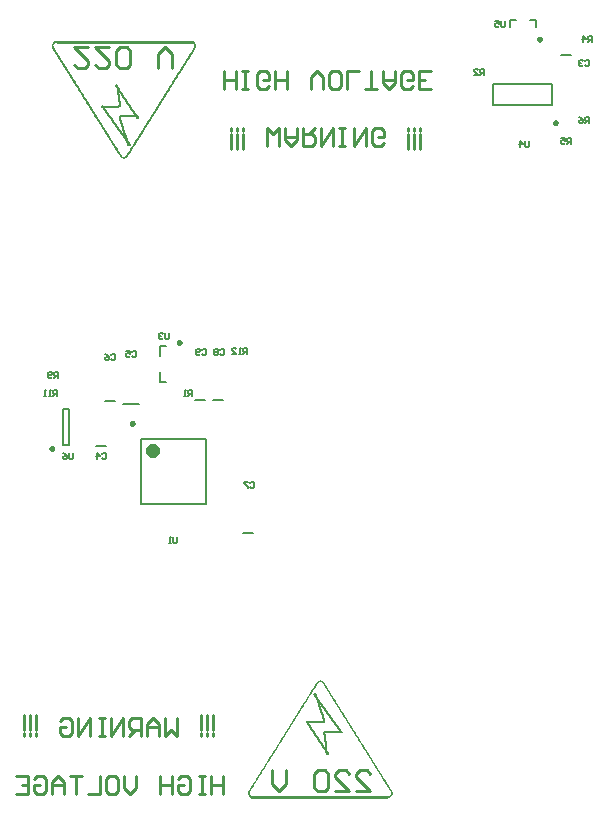
<source format=gbo>
%FSDAX24Y24*%
%MOIN*%
%SFA1B1*%

%IPPOS*%
%ADD10C,0.010000*%
%ADD11C,0.009843*%
%ADD14C,0.007874*%
%ADD17C,0.005000*%
%ADD76C,0.023622*%
%ADD84C,0.005000*%
%ADD85C,0.010000*%
%LNpcb_baseboard-1*%
%LPD*%
G54D84*
X016718Y007988D02*
X016763D01*
Y007973*
X016778*
Y007959*
X016793*
Y007944*
X016808*
Y007929*
X016822*
Y007899*
X016837*
Y007884*
X016852*
Y007854*
X016867*
Y007825*
X016882*
Y007810*
X016897*
Y007780*
X016912*
Y007765*
X016927*
Y007735*
X016942*
Y007720*
X016956*
Y007691*
X016971*
Y007661*
X016986*
Y007646*
X017001*
Y007616*
X017016*
Y007601*
X017031*
Y007572*
X017046*
Y007542*
X017061*
Y007527*
X017076*
Y007497*
X017090*
Y007482*
X017105*
Y007452*
X017120*
Y007423*
X017135*
Y007408*
X017150*
Y007378*
X017165*
Y007363*
X017180*
Y007333*
X017195*
Y007304*
X017210*
Y007289*
X017224*
Y007259*
X017239*
Y007244*
X017254*
Y007214*
X017269*
Y007185*
X017284*
Y007170*
X017299*
Y007140*
X017314*
Y007125*
X017329*
Y007095*
X017343*
Y007066*
X017358*
Y007051*
X017373*
Y007021*
X017388*
Y007006*
X017403*
Y006976*
X017418*
Y006946*
X017433*
Y006932*
X017448*
Y006902*
X017463*
Y006887*
X017477*
Y006857*
X017492*
Y006827*
X017507*
Y006812*
X017522*
Y006783*
X017537*
Y006768*
X017552*
Y006738*
X017567*
Y006708*
X017582*
Y006693*
X017597*
Y006664*
X017611*
Y006649*
X017626*
Y006619*
X017641*
Y006604*
X017656*
Y006574*
X017671*
Y006545*
X017686*
Y006530*
X017701*
Y006500*
X017716*
Y006485*
X017730*
Y006455*
X017745*
Y006425*
X017760*
Y006411*
X017775*
Y006381*
X017790*
Y006366*
X017805*
Y006336*
X017820*
Y006306*
X017835*
Y006292*
X017850*
Y006262*
X017864*
Y006247*
X017879*
Y006217*
X017894*
Y006187*
X017909*
Y006172*
X017924*
Y006143*
X017939*
Y006128*
X017954*
Y006098*
X017969*
Y006068*
X017984*
Y006053*
X017998*
Y006024*
X018013*
Y006009*
X018028*
Y005979*
X018043*
Y005949*
X018058*
Y005934*
X018073*
Y005905*
X018088*
Y005890*
X018103*
Y005860*
X018117*
Y005830*
X018132*
Y005815*
X018147*
Y005785*
X018162*
Y005771*
X018177*
Y005741*
X018192*
Y005711*
X018207*
Y005696*
X018222*
Y005666*
X018237*
Y005651*
X018251*
Y005622*
X018266*
Y005592*
X018281*
Y005577*
X018296*
Y005547*
X018311*
Y005532*
X018326*
Y005503*
X018341*
Y005473*
X018356*
Y005458*
X018371*
Y005428*
X018385*
Y005413*
X018400*
Y005384*
X018415*
Y005354*
X018430*
Y005339*
X018445*
Y005309*
X018460*
Y005294*
X018475*
Y005264*
X018490*
Y005235*
X018505*
Y005220*
X018519*
Y005190*
X018534*
Y005175*
X018549*
Y005145*
X018564*
Y005116*
X018579*
Y005101*
X018594*
Y005071*
X018609*
Y005056*
X018624*
Y005026*
X018638*
Y005011*
X018653*
Y004982*
X018668*
Y004952*
X018683*
Y004937*
X018698*
Y004907*
X018713*
Y004892*
X018728*
Y004863*
X018743*
Y004833*
X018758*
Y004818*
X018772*
Y004788*
X018787*
Y004773*
X018802*
Y004743*
X018817*
Y004714*
X018832*
Y004699*
X018847*
Y004669*
X018862*
Y004654*
X018877*
Y004624*
X018891*
Y004595*
X018906*
Y004580*
X018921*
Y004550*
X018936*
Y004535*
X018951*
Y004505*
X018966*
Y004476*
X018981*
Y004461*
X018996*
Y004431*
X019011*
Y004416*
X019025*
Y004386*
X019040*
Y004357*
X019055*
Y004342*
X019070*
Y004312*
X019085*
Y004243*
X019070*
Y004213*
X019055*
Y004198*
X019040*
Y004183*
X019025*
Y004168*
X018996*
Y004153*
X014417*
Y004168*
X014387*
Y004183*
X014372*
Y004198*
X014357*
Y004228*
X014342*
Y004258*
X014327*
Y004297*
X014342*
Y004327*
X014357*
Y004357*
X014372*
Y004386*
X014387*
Y004401*
X014402*
Y004431*
X014417*
Y004461*
X014431*
Y004476*
X014446*
Y004505*
X014461*
Y004520*
X014476*
Y004550*
X014491*
Y004565*
X014506*
Y004595*
X014521*
Y004624*
X014536*
Y004639*
X014550*
Y004669*
X014565*
Y004684*
X014580*
Y004714*
X014595*
Y004743*
X014610*
Y004758*
X014625*
Y004788*
X014640*
Y004803*
X014655*
Y004833*
X014670*
Y004863*
X014684*
Y004877*
X014699*
Y004907*
X014714*
Y004922*
X014729*
Y004952*
X014744*
Y004982*
X014759*
Y004997*
X014774*
Y005026*
X014789*
Y005041*
X014804*
Y005071*
X014818*
Y005101*
X014833*
Y005116*
X014848*
Y005145*
X014863*
Y005160*
X014878*
Y005190*
X014893*
Y005220*
X014908*
Y005235*
X014923*
Y005264*
X014937*
Y005279*
X014952*
Y005309*
X014967*
Y005339*
X014982*
Y005354*
X014997*
Y005384*
X015012*
Y005398*
X015027*
Y005428*
X015042*
Y005458*
X015057*
Y005473*
X015071*
Y005503*
X015086*
Y005517*
X015101*
Y005547*
X015116*
Y005562*
X015131*
Y005592*
X015146*
Y005622*
X015161*
Y005637*
X015176*
Y005666*
X015191*
Y005681*
X015205*
Y005711*
X015220*
Y005741*
X015235*
Y005756*
X015250*
Y005785*
X015265*
Y005815*
X015280*
Y005830*
X015295*
Y005860*
X015310*
Y005875*
X015325*
Y005905*
X015339*
Y005919*
X015354*
Y005949*
X015369*
Y005979*
X015384*
Y005994*
X015399*
Y006024*
X015414*
Y006038*
X015429*
Y006068*
X015444*
Y006098*
X015458*
Y006113*
X015473*
Y006143*
X015488*
Y006158*
X015503*
Y006187*
X015518*
Y006217*
X015533*
Y006232*
X015548*
Y006262*
X015563*
Y006277*
X015578*
Y006306*
X015592*
Y006336*
X015607*
Y006351*
X015622*
Y006381*
X015637*
Y006396*
X015652*
Y006425*
X015667*
Y006455*
X015682*
Y006470*
X015697*
Y006500*
X015712*
Y006515*
X015726*
Y006545*
X015741*
Y006574*
X015756*
Y006589*
X015771*
Y006619*
X015786*
Y006634*
X015801*
Y006664*
X015816*
Y006679*
X015831*
Y006708*
X015845*
Y006738*
X015860*
Y006753*
X015875*
Y006783*
X015890*
Y006812*
X015905*
Y006827*
X015920*
Y006857*
X015935*
Y006872*
X015950*
Y006902*
X015965*
Y006932*
X015979*
Y006946*
X015994*
Y006976*
X016009*
Y006991*
X016024*
Y007021*
X016039*
Y007036*
X016054*
Y007066*
X016069*
Y007095*
X016084*
Y007110*
X016099*
Y007140*
X016113*
Y007170*
X016128*
Y007185*
X016143*
Y007214*
X016158*
Y007229*
X016173*
Y007259*
X016188*
Y007274*
X016203*
Y007304*
X016218*
Y007333*
X016232*
Y007348*
X016247*
Y007378*
X016262*
Y007393*
X016277*
Y007423*
X016292*
Y007452*
X016307*
Y007467*
X016322*
Y007497*
X016337*
Y007512*
X016352*
Y007542*
X016366*
Y007572*
X016381*
Y007586*
X016396*
Y007616*
X016411*
Y007631*
X016426*
Y007661*
X016441*
Y007691*
X016456*
Y007706*
X016471*
Y007735*
X016486*
Y007750*
X016500*
Y007780*
X016515*
Y007810*
X016530*
Y007825*
X016545*
Y007854*
X016560*
Y007869*
X016575*
Y007899*
X016590*
Y007929*
X016605*
Y007944*
X016619*
Y007959*
X016634*
Y007973*
X016649*
Y007988*
X016694*
Y008003*
X016718*
Y007988*
G54D85*
X016668Y007938D02*
X016713D01*
Y007923*
X016728*
Y007909*
X016743*
Y007894*
X016758*
Y007879*
X016772*
Y007849*
X016787*
Y007834*
X016802*
Y007804*
X016817*
Y007775*
X016832*
Y007760*
X016847*
Y007730*
X016862*
Y007715*
X016877*
Y007685*
X016892*
Y007670*
X016906*
Y007641*
X016921*
Y007611*
X016936*
Y007596*
X016951*
Y007566*
X016966*
Y007551*
X016981*
Y007522*
X016996*
Y007492*
X017011*
Y007477*
X017026*
Y007447*
X017040*
Y007432*
X017055*
Y007402*
X017070*
Y007373*
X017085*
Y007358*
X017100*
Y007328*
X017115*
Y007313*
X017130*
Y007283*
X017145*
Y007254*
X017160*
Y007239*
X017174*
Y007209*
X017189*
Y007194*
X017204*
Y007164*
X017219*
Y007135*
X017234*
Y007120*
X017249*
Y007090*
X017264*
Y007075*
X017279*
Y007045*
X017293*
Y007016*
X017308*
Y007001*
X017323*
Y006971*
X017338*
Y006956*
X017353*
Y006926*
X017368*
Y006896*
X017383*
Y006882*
X017398*
Y006852*
X017413*
Y006837*
X017427*
Y006807*
X017442*
Y006777*
X017457*
Y006762*
X017472*
Y006733*
X017487*
Y006718*
X017502*
Y006688*
X017517*
Y006658*
X017532*
Y006643*
X017547*
Y006614*
X017561*
Y006599*
X017576*
Y006569*
X017591*
Y006554*
X017606*
Y006524*
X017621*
Y006495*
X017636*
Y006480*
X017651*
Y006450*
X017666*
Y006435*
X017680*
Y006405*
X017695*
Y006375*
X017710*
Y006361*
X017725*
Y006331*
X017740*
Y006316*
X017755*
Y006286*
X017770*
Y006256*
X017785*
Y006242*
X017800*
Y006212*
X017814*
Y006197*
X017829*
Y006167*
X017844*
Y006137*
X017859*
Y006122*
X017874*
Y006093*
X017889*
Y006078*
X017904*
Y006048*
X017919*
Y006018*
X017934*
Y006003*
X017948*
Y005974*
X017963*
Y005959*
X017978*
Y005929*
X017993*
Y005899*
X018008*
Y005884*
X018023*
Y005855*
X018038*
Y005840*
X018053*
Y005810*
X018067*
Y005780*
X018082*
Y005765*
X018097*
Y005735*
X018112*
Y005721*
X018127*
Y005691*
X018142*
Y005661*
X018157*
Y005646*
X018172*
Y005616*
X018187*
Y005601*
X018201*
Y005572*
X018216*
Y005542*
X018231*
Y005527*
X018246*
Y005497*
X018261*
Y005482*
X018276*
Y005453*
X018291*
Y005423*
X018306*
Y005408*
X018321*
Y005378*
X018335*
Y005363*
X018350*
Y005334*
X018365*
Y005304*
X018380*
Y005289*
X018395*
Y005259*
X018410*
Y005244*
X018425*
Y005214*
X018440*
Y005185*
X018455*
Y005170*
X018469*
Y005140*
X018484*
Y005125*
X018499*
Y005095*
X018514*
Y005066*
X018529*
Y005051*
X018544*
Y005021*
X018559*
Y005006*
X018574*
Y004976*
X018588*
Y004961*
X018603*
Y004932*
X018618*
Y004902*
X018633*
Y004887*
X018648*
Y004857*
X018663*
Y004842*
X018678*
Y004813*
X018693*
Y004783*
X018708*
Y004768*
X018722*
Y004738*
X018737*
Y004723*
X018752*
Y004693*
X018767*
Y004664*
X018782*
Y004649*
X018797*
Y004619*
X018812*
Y004604*
X018827*
Y004574*
X018841*
Y004545*
X018856*
Y004530*
X018871*
Y004500*
X018886*
Y004485*
X018901*
Y004455*
X018916*
Y004426*
X018931*
Y004411*
X018946*
Y004381*
X018961*
Y004366*
X018975*
Y004336*
X018990*
Y004307*
X019005*
Y004292*
X019020*
Y004262*
X019035*
Y004293*
X019020*
Y004263*
X019005*
Y004248*
X018990*
Y004233*
X018975*
Y004218*
X018946*
Y004203*
X014467*
Y004218*
X014437*
Y004233*
X014422*
Y004248*
X014407*
Y004278*
X014392*
Y004308*
X014377*
Y004247*
X014392*
Y004277*
X014407*
Y004307*
X014422*
Y004336*
X014437*
Y004351*
X014452*
Y004381*
X014467*
Y004411*
X014481*
Y004426*
X014496*
Y004455*
X014511*
Y004470*
X014526*
Y004500*
X014541*
Y004515*
X014556*
Y004545*
X014571*
Y004574*
X014586*
Y004589*
X014600*
Y004619*
X014615*
Y004634*
X014630*
Y004664*
X014645*
Y004693*
X014660*
Y004708*
X014675*
Y004738*
X014690*
Y004753*
X014705*
Y004783*
X014720*
Y004813*
X014734*
Y004827*
X014749*
Y004857*
X014764*
Y004872*
X014779*
Y004902*
X014794*
Y004932*
X014809*
Y004947*
X014824*
Y004976*
X014839*
Y004991*
X014854*
Y005021*
X014868*
Y005051*
X014883*
Y005066*
X014898*
Y005095*
X014913*
Y005110*
X014928*
Y005140*
X014943*
Y005170*
X014958*
Y005185*
X014973*
Y005214*
X014987*
Y005229*
X015002*
Y005259*
X015017*
Y005289*
X015032*
Y005304*
X015047*
Y005334*
X015062*
Y005348*
X015077*
Y005378*
X015092*
Y005408*
X015107*
Y005423*
X015121*
Y005453*
X015136*
Y005467*
X015151*
Y005497*
X015166*
Y005512*
X015181*
Y005542*
X015196*
Y005572*
X015211*
Y005587*
X015226*
Y005616*
X015241*
Y005631*
X015255*
Y005661*
X015270*
Y005691*
X015285*
Y005706*
X015300*
Y005735*
X015315*
Y005765*
X015330*
Y005780*
X015345*
Y005810*
X015360*
Y005825*
X015375*
Y005855*
X015389*
Y005869*
X015404*
Y005899*
X015419*
Y005929*
X015434*
Y005944*
X015449*
Y005974*
X015464*
Y005988*
X015479*
Y006018*
X015494*
Y006048*
X015508*
Y006063*
X015523*
Y006093*
X015538*
Y006108*
X015553*
Y006137*
X015568*
Y006167*
X015583*
Y006182*
X015598*
Y006212*
X015613*
Y006227*
X015628*
Y006256*
X015642*
Y006286*
X015657*
Y006301*
X015672*
Y006331*
X015687*
Y006346*
X015702*
Y006375*
X015717*
Y006405*
X015732*
Y006420*
X015747*
Y006450*
X015762*
Y006465*
X015776*
Y006495*
X015791*
Y006524*
X015806*
Y006539*
X015821*
Y006569*
X015836*
Y006584*
X015851*
Y006614*
X015866*
Y006629*
X015881*
Y006658*
X015895*
Y006688*
X015910*
Y006703*
X015925*
Y006733*
X015940*
Y006762*
X015955*
Y006777*
X015970*
Y006807*
X015985*
Y006822*
X016000*
Y006852*
X016015*
Y006882*
X016029*
Y006896*
X016044*
Y006926*
X016059*
Y006941*
X016074*
Y006971*
X016089*
Y006986*
X016104*
Y007016*
X016119*
Y007045*
X016134*
Y007060*
X016149*
Y007090*
X016163*
Y007120*
X016178*
Y007135*
X016193*
Y007164*
X016208*
Y007179*
X016223*
Y007209*
X016238*
Y007224*
X016253*
Y007254*
X016268*
Y007283*
X016282*
Y007298*
X016297*
Y007328*
X016312*
Y007343*
X016327*
Y007373*
X016342*
Y007402*
X016357*
Y007417*
X016372*
Y007447*
X016387*
Y007462*
X016402*
Y007492*
X016416*
Y007522*
X016431*
Y007536*
X016446*
Y007566*
X016461*
Y007581*
X016476*
Y007611*
X016491*
Y007641*
X016506*
Y007656*
X016521*
Y007685*
X016536*
Y007700*
X016550*
Y007730*
X016565*
Y007760*
X016580*
Y007775*
X016595*
Y007804*
X016610*
Y007819*
X016625*
Y007849*
X016640*
Y007879*
X016655*
Y007894*
X016669*
Y007909*
X016684*
Y007923*
X016699*
Y007938*
X016744*
Y007953*
X016668*
Y007938*
X014390Y004250D02*
X014380D01*
X014430D02*
X019000D01*
X014470Y004350D02*
X018960D01*
X014510Y004450D02*
X018900D01*
X014590Y004550D02*
X018820D01*
X014650Y004650D02*
X018760D01*
X014730Y004750D02*
X018700D01*
X014770Y004850D02*
X018640D01*
X014830Y004950D02*
X018580D01*
X014890Y005050D02*
X018520D01*
X014950Y005150D02*
X018460D01*
X015010Y005250D02*
X018400D01*
X015090Y005350D02*
X018340D01*
X015150Y005450D02*
X018260D01*
X015210Y005550D02*
X018200D01*
X015270Y005650D02*
X018140D01*
X015330Y005750D02*
X018080D01*
X015410Y005850D02*
X018000D01*
X015470Y005950D02*
X017960D01*
X015530Y006050D02*
X017880D01*
X015590Y006150D02*
X017820D01*
X015650Y006250D02*
X017780D01*
X015710Y006350D02*
X017720D01*
X015770Y006450D02*
X017640D01*
X015830Y006550D02*
X017580D01*
X015890Y006650D02*
X017520D01*
X015950Y006750D02*
X017460D01*
X016030Y006850D02*
X017380D01*
X016090Y006950D02*
X017340D01*
X016150Y007050D02*
X017260D01*
X016210Y007150D02*
X017200D01*
X016290Y007250D02*
X017140D01*
X016350Y007350D02*
X017080D01*
X016410Y007450D02*
X017020D01*
X016470Y007550D02*
X016960D01*
X016530Y007650D02*
X016900D01*
X016590Y007750D02*
X016840D01*
X016650Y007850D02*
X016760D01*
G54D84*
X012452Y029291D02*
X012482D01*
Y029276*
X012497*
Y029261*
X012512*
Y029231*
X012527*
Y029201*
X012542*
Y029162*
X012527*
Y029132*
X012512*
Y029102*
X012497*
Y029073*
X012482*
Y029058*
X012467*
Y029028*
X012452*
Y028998*
X012438*
Y028983*
X012423*
Y028954*
X012408*
Y028939*
X012393*
Y028909*
X012378*
Y028894*
X012363*
Y028864*
X012348*
Y028835*
X012333*
Y028820*
X012319*
Y028790*
X012304*
Y028775*
X012289*
Y028745*
X012274*
Y028716*
X012259*
Y028701*
X012244*
Y028671*
X012229*
Y028656*
X012214*
Y028626*
X012199*
Y028596*
X012185*
Y028582*
X012170*
Y028552*
X012155*
Y028537*
X012140*
Y028507*
X012125*
Y028477*
X012110*
Y028462*
X012095*
Y028433*
X012080*
Y028418*
X012065*
Y028388*
X012051*
Y028358*
X012036*
Y028343*
X012021*
Y028314*
X012006*
Y028299*
X011991*
Y028269*
X011976*
Y028239*
X011961*
Y028224*
X011946*
Y028195*
X011932*
Y028180*
X011917*
Y028150*
X011902*
Y028120*
X011887*
Y028105*
X011872*
Y028075*
X011857*
Y028061*
X011842*
Y028031*
X011827*
Y028001*
X011812*
Y027986*
X011798*
Y027956*
X011783*
Y027942*
X011768*
Y027912*
X011753*
Y027897*
X011738*
Y027867*
X011723*
Y027837*
X011708*
Y027822*
X011693*
Y027793*
X011678*
Y027778*
X011664*
Y027748*
X011649*
Y027718*
X011634*
Y027703*
X011619*
Y027674*
X011604*
Y027644*
X011589*
Y027629*
X011574*
Y027599*
X011559*
Y027584*
X011545*
Y027555*
X011530*
Y027540*
X011515*
Y027510*
X011500*
Y027480*
X011485*
Y027465*
X011470*
Y027435*
X011455*
Y027421*
X011440*
Y027391*
X011425*
Y027361*
X011411*
Y027346*
X011396*
Y027316*
X011381*
Y027301*
X011366*
Y027272*
X011351*
Y027242*
X011336*
Y027227*
X011321*
Y027197*
X011306*
Y027182*
X011291*
Y027153*
X011277*
Y027123*
X011262*
Y027108*
X011247*
Y027078*
X011232*
Y027063*
X011217*
Y027034*
X011202*
Y027004*
X011187*
Y026989*
X011172*
Y026959*
X011157*
Y026944*
X011143*
Y026914*
X011128*
Y026885*
X011113*
Y026870*
X011098*
Y026840*
X011083*
Y026825*
X011068*
Y026795*
X011053*
Y026780*
X011038*
Y026751*
X011024*
Y026721*
X011009*
Y026706*
X010994*
Y026676*
X010979*
Y026647*
X010964*
Y026632*
X010949*
Y026602*
X010934*
Y026587*
X010919*
Y026557*
X010904*
Y026527*
X010890*
Y026513*
X010875*
Y026483*
X010860*
Y026468*
X010845*
Y026438*
X010830*
Y026423*
X010815*
Y026393*
X010800*
Y026364*
X010785*
Y026349*
X010770*
Y026319*
X010756*
Y026289*
X010741*
Y026274*
X010726*
Y026245*
X010711*
Y026230*
X010696*
Y026200*
X010681*
Y026185*
X010666*
Y026155*
X010651*
Y026126*
X010637*
Y026111*
X010622*
Y026081*
X010607*
Y026066*
X010592*
Y026036*
X010577*
Y026007*
X010562*
Y025992*
X010547*
Y025962*
X010532*
Y025947*
X010517*
Y025917*
X010503*
Y025887*
X010488*
Y025873*
X010473*
Y025843*
X010458*
Y025828*
X010443*
Y025798*
X010428*
Y025768*
X010413*
Y025753*
X010398*
Y025724*
X010383*
Y025709*
X010369*
Y025679*
X010354*
Y025649*
X010339*
Y025634*
X010324*
Y025605*
X010309*
Y025590*
X010294*
Y025560*
X010279*
Y025530*
X010264*
Y025515*
X010250*
Y025500*
X010235*
Y025486*
X010220*
Y025471*
X010175*
Y025456*
X010151*
Y025471*
X010106*
Y025486*
X010091*
Y025500*
X010076*
Y025515*
X010061*
Y025530*
X010047*
Y025560*
X010032*
Y025575*
X010017*
Y025605*
X010002*
Y025634*
X009987*
Y025649*
X009972*
Y025679*
X009957*
Y025694*
X009942*
Y025724*
X009927*
Y025739*
X009913*
Y025768*
X009898*
Y025798*
X009883*
Y025813*
X009868*
Y025843*
X009853*
Y025858*
X009838*
Y025887*
X009823*
Y025917*
X009808*
Y025932*
X009793*
Y025962*
X009779*
Y025977*
X009764*
Y026007*
X009749*
Y026036*
X009734*
Y026051*
X009719*
Y026081*
X009704*
Y026096*
X009689*
Y026126*
X009674*
Y026155*
X009660*
Y026170*
X009645*
Y026200*
X009630*
Y026215*
X009615*
Y026245*
X009600*
Y026274*
X009585*
Y026289*
X009570*
Y026319*
X009555*
Y026334*
X009540*
Y026364*
X009526*
Y026393*
X009511*
Y026408*
X009496*
Y026438*
X009481*
Y026453*
X009466*
Y026483*
X009451*
Y026513*
X009436*
Y026527*
X009421*
Y026557*
X009406*
Y026572*
X009392*
Y026602*
X009377*
Y026632*
X009362*
Y026647*
X009347*
Y026676*
X009332*
Y026691*
X009317*
Y026721*
X009302*
Y026751*
X009287*
Y026766*
X009272*
Y026795*
X009258*
Y026810*
X009243*
Y026840*
X009228*
Y026855*
X009213*
Y026885*
X009198*
Y026914*
X009183*
Y026929*
X009168*
Y026959*
X009153*
Y026974*
X009139*
Y027004*
X009124*
Y027034*
X009109*
Y027048*
X009094*
Y027078*
X009079*
Y027093*
X009064*
Y027123*
X009049*
Y027153*
X009034*
Y027167*
X009019*
Y027197*
X009005*
Y027212*
X008990*
Y027242*
X008975*
Y027272*
X008960*
Y027287*
X008945*
Y027316*
X008930*
Y027331*
X008915*
Y027361*
X008900*
Y027391*
X008885*
Y027406*
X008871*
Y027435*
X008856*
Y027450*
X008841*
Y027480*
X008826*
Y027510*
X008811*
Y027525*
X008796*
Y027555*
X008781*
Y027569*
X008766*
Y027599*
X008752*
Y027629*
X008737*
Y027644*
X008722*
Y027674*
X008707*
Y027688*
X008692*
Y027718*
X008677*
Y027748*
X008662*
Y027763*
X008647*
Y027793*
X008632*
Y027808*
X008618*
Y027837*
X008603*
Y027867*
X008588*
Y027882*
X008573*
Y027912*
X008558*
Y027927*
X008543*
Y027956*
X008528*
Y027986*
X008513*
Y028001*
X008498*
Y028031*
X008484*
Y028046*
X008469*
Y028075*
X008454*
Y028105*
X008439*
Y028120*
X008424*
Y028150*
X008409*
Y028165*
X008394*
Y028195*
X008379*
Y028224*
X008365*
Y028239*
X008350*
Y028269*
X008335*
Y028284*
X008320*
Y028314*
X008305*
Y028343*
X008290*
Y028358*
X008275*
Y028388*
X008260*
Y028403*
X008245*
Y028433*
X008231*
Y028448*
X008216*
Y028477*
X008201*
Y028507*
X008186*
Y028522*
X008171*
Y028552*
X008156*
Y028567*
X008141*
Y028596*
X008126*
Y028626*
X008111*
Y028641*
X008097*
Y028671*
X008082*
Y028686*
X008067*
Y028716*
X008052*
Y028745*
X008037*
Y028760*
X008022*
Y028790*
X008007*
Y028805*
X007992*
Y028835*
X007978*
Y028864*
X007963*
Y028879*
X007948*
Y028909*
X007933*
Y028924*
X007918*
Y028954*
X007903*
Y028983*
X007888*
Y028998*
X007873*
Y029028*
X007858*
Y029043*
X007844*
Y029073*
X007829*
Y029102*
X007814*
Y029117*
X007799*
Y029147*
X007784*
Y029216*
X007799*
Y029246*
X007814*
Y029261*
X007829*
Y029276*
X007844*
Y029291*
X007873*
Y029306*
X012452*
Y029291*
G54D85*
X012402Y029241D02*
X012432D01*
Y029226*
X012447*
Y029211*
X012462*
Y029181*
X012477*
Y029151*
X012492*
Y029212*
X012477*
Y029182*
X012462*
Y029152*
X012447*
Y029123*
X012432*
Y029108*
X012417*
Y029078*
X012402*
Y029048*
X012388*
Y029033*
X012373*
Y029004*
X012358*
Y028989*
X012343*
Y028959*
X012328*
Y028944*
X012313*
Y028914*
X012298*
Y028885*
X012283*
Y028870*
X012269*
Y028840*
X012254*
Y028825*
X012239*
Y028795*
X012224*
Y028766*
X012209*
Y028751*
X012194*
Y028721*
X012179*
Y028706*
X012164*
Y028676*
X012149*
Y028646*
X012135*
Y028632*
X012120*
Y028602*
X012105*
Y028587*
X012090*
Y028557*
X012075*
Y028527*
X012060*
Y028512*
X012045*
Y028483*
X012030*
Y028468*
X012015*
Y028438*
X012001*
Y028408*
X011986*
Y028393*
X011971*
Y028364*
X011956*
Y028349*
X011941*
Y028319*
X011926*
Y028289*
X011911*
Y028274*
X011896*
Y028245*
X011882*
Y028230*
X011867*
Y028200*
X011852*
Y028170*
X011837*
Y028155*
X011822*
Y028125*
X011807*
Y028111*
X011792*
Y028081*
X011777*
Y028051*
X011762*
Y028036*
X011748*
Y028006*
X011733*
Y027992*
X011718*
Y027962*
X011703*
Y027947*
X011688*
Y027917*
X011673*
Y027887*
X011658*
Y027872*
X011643*
Y027843*
X011628*
Y027828*
X011614*
Y027798*
X011599*
Y027768*
X011584*
Y027753*
X011569*
Y027724*
X011554*
Y027694*
X011539*
Y027679*
X011524*
Y027649*
X011509*
Y027634*
X011495*
Y027605*
X011480*
Y027590*
X011465*
Y027560*
X011450*
Y027530*
X011435*
Y027515*
X011420*
Y027485*
X011405*
Y027471*
X011390*
Y027441*
X011375*
Y027411*
X011361*
Y027396*
X011346*
Y027366*
X011331*
Y027351*
X011316*
Y027322*
X011301*
Y027292*
X011286*
Y027277*
X011271*
Y027247*
X011256*
Y027232*
X011241*
Y027203*
X011227*
Y027173*
X011212*
Y027158*
X011197*
Y027128*
X011182*
Y027113*
X011167*
Y027084*
X011152*
Y027054*
X011137*
Y027039*
X011122*
Y027009*
X011107*
Y026994*
X011093*
Y026964*
X011078*
Y026935*
X011063*
Y026920*
X011048*
Y026890*
X011033*
Y026875*
X011018*
Y026845*
X011003*
Y026830*
X010988*
Y026801*
X010974*
Y026771*
X010959*
Y026756*
X010944*
Y026726*
X010929*
Y026697*
X010914*
Y026682*
X010899*
Y026652*
X010884*
Y026637*
X010869*
Y026607*
X010854*
Y026577*
X010840*
Y026563*
X010825*
Y026533*
X010810*
Y026518*
X010795*
Y026488*
X010780*
Y026473*
X010765*
Y026443*
X010750*
Y026414*
X010735*
Y026399*
X010720*
Y026369*
X010706*
Y026339*
X010691*
Y026324*
X010676*
Y026295*
X010661*
Y026280*
X010646*
Y026250*
X010631*
Y026235*
X010616*
Y026205*
X010601*
Y026176*
X010587*
Y026161*
X010572*
Y026131*
X010557*
Y026116*
X010542*
Y026086*
X010527*
Y026057*
X010512*
Y026042*
X010497*
Y026012*
X010482*
Y025997*
X010467*
Y025967*
X010453*
Y025937*
X010438*
Y025923*
X010423*
Y025893*
X010408*
Y025878*
X010393*
Y025848*
X010378*
Y025818*
X010363*
Y025803*
X010348*
Y025774*
X010333*
Y025759*
X010319*
Y025729*
X010304*
Y025699*
X010289*
Y025684*
X010274*
Y025655*
X010259*
Y025640*
X010244*
Y025610*
X010229*
Y025580*
X010214*
Y025565*
X010200*
Y025550*
X010185*
Y025536*
X010170*
Y025521*
X010125*
Y025506*
X010201*
Y025521*
X010156*
Y025536*
X010141*
Y025550*
X010126*
Y025565*
X010111*
Y025580*
X010097*
Y025610*
X010082*
Y025625*
X010067*
Y025655*
X010052*
Y025684*
X010037*
Y025699*
X010022*
Y025729*
X010007*
Y025744*
X009992*
Y025774*
X009977*
Y025789*
X009963*
Y025818*
X009948*
Y025848*
X009933*
Y025863*
X009918*
Y025893*
X009903*
Y025908*
X009888*
Y025937*
X009873*
Y025967*
X009858*
Y025982*
X009843*
Y026012*
X009829*
Y026027*
X009814*
Y026057*
X009799*
Y026086*
X009784*
Y026101*
X009769*
Y026131*
X009754*
Y026146*
X009739*
Y026176*
X009724*
Y026205*
X009710*
Y026220*
X009695*
Y026250*
X009680*
Y026265*
X009665*
Y026295*
X009650*
Y026324*
X009635*
Y026339*
X009620*
Y026369*
X009605*
Y026384*
X009590*
Y026414*
X009576*
Y026443*
X009561*
Y026458*
X009546*
Y026488*
X009531*
Y026503*
X009516*
Y026533*
X009501*
Y026563*
X009486*
Y026577*
X009471*
Y026607*
X009456*
Y026622*
X009442*
Y026652*
X009427*
Y026682*
X009412*
Y026697*
X009397*
Y026726*
X009382*
Y026741*
X009367*
Y026771*
X009352*
Y026801*
X009337*
Y026816*
X009322*
Y026845*
X009308*
Y026860*
X009293*
Y026890*
X009278*
Y026905*
X009263*
Y026935*
X009248*
Y026964*
X009233*
Y026979*
X009218*
Y027009*
X009203*
Y027024*
X009189*
Y027054*
X009174*
Y027084*
X009159*
Y027098*
X009144*
Y027128*
X009129*
Y027143*
X009114*
Y027173*
X009099*
Y027203*
X009084*
Y027217*
X009069*
Y027247*
X009055*
Y027262*
X009040*
Y027292*
X009025*
Y027322*
X009010*
Y027337*
X008995*
Y027366*
X008980*
Y027381*
X008965*
Y027411*
X008950*
Y027441*
X008935*
Y027456*
X008921*
Y027485*
X008906*
Y027500*
X008891*
Y027530*
X008876*
Y027560*
X008861*
Y027575*
X008846*
Y027605*
X008831*
Y027619*
X008816*
Y027649*
X008802*
Y027679*
X008787*
Y027694*
X008772*
Y027724*
X008757*
Y027738*
X008742*
Y027768*
X008727*
Y027798*
X008712*
Y027813*
X008697*
Y027843*
X008682*
Y027858*
X008668*
Y027887*
X008653*
Y027917*
X008638*
Y027932*
X008623*
Y027962*
X008608*
Y027977*
X008593*
Y028006*
X008578*
Y028036*
X008563*
Y028051*
X008548*
Y028081*
X008534*
Y028096*
X008519*
Y028125*
X008504*
Y028155*
X008489*
Y028170*
X008474*
Y028200*
X008459*
Y028215*
X008444*
Y028245*
X008429*
Y028274*
X008415*
Y028289*
X008400*
Y028319*
X008385*
Y028334*
X008370*
Y028364*
X008355*
Y028393*
X008340*
Y028408*
X008325*
Y028438*
X008310*
Y028453*
X008295*
Y028483*
X008281*
Y028498*
X008266*
Y028527*
X008251*
Y028557*
X008236*
Y028572*
X008221*
Y028602*
X008206*
Y028617*
X008191*
Y028646*
X008176*
Y028676*
X008161*
Y028691*
X008147*
Y028721*
X008132*
Y028736*
X008117*
Y028766*
X008102*
Y028795*
X008087*
Y028810*
X008072*
Y028840*
X008057*
Y028855*
X008042*
Y028885*
X008028*
Y028914*
X008013*
Y028929*
X007998*
Y028959*
X007983*
Y028974*
X007968*
Y029004*
X007953*
Y029033*
X007938*
Y029048*
X007923*
Y029078*
X007908*
Y029093*
X007894*
Y029123*
X007879*
Y029152*
X007864*
Y029167*
X007849*
Y029197*
X007834*
Y029166*
X007849*
Y029196*
X007864*
Y029211*
X007879*
Y029226*
X007894*
Y029241*
X007923*
Y029256*
X012402*
Y029241*
X010140Y025560D02*
X010190D01*
X010060Y025660D02*
X010250D01*
X010000Y025760D02*
X010310D01*
X009940Y025860D02*
X010370D01*
X009880Y025960D02*
X010430D01*
X009820Y026060D02*
X010510D01*
X009760Y026160D02*
X010570D01*
X009700Y026260D02*
X010630D01*
X009640Y026360D02*
X010690D01*
X009560Y026460D02*
X010750D01*
X009500Y026560D02*
X010830D01*
X009440Y026660D02*
X010890D01*
X009380Y026760D02*
X010950D01*
X009300Y026860D02*
X011010D01*
X009240Y026960D02*
X011070D01*
X009180Y027060D02*
X011130D01*
X009120Y027160D02*
X011190D01*
X009060Y027260D02*
X011250D01*
X009020Y027360D02*
X011310D01*
X008940Y027460D02*
X011370D01*
X008880Y027560D02*
X011450D01*
X008820Y027660D02*
X011510D01*
X008760Y027760D02*
X011570D01*
X008680Y027860D02*
X011630D01*
X008620Y027960D02*
X011710D01*
X008560Y028060D02*
X011770D01*
X008500Y028160D02*
X011830D01*
X008440Y028260D02*
X011890D01*
X008380Y028360D02*
X011950D01*
X008320Y028460D02*
X012010D01*
X008260Y028560D02*
X012070D01*
X008200Y028660D02*
X012130D01*
X008140Y028760D02*
X012190D01*
X008060Y028860D02*
X012250D01*
X008000Y028960D02*
X012330D01*
X007940Y029060D02*
X012390D01*
X007880Y029160D02*
X012450D01*
G54D84*
X016270Y006640D02*
Y006630D01*
X016320Y006560D02*
Y006620D01*
X016370Y006500D02*
Y006620D01*
X016420Y006430D02*
Y006620D01*
X016470Y006340D02*
Y006620D01*
X016520Y006280D02*
Y006620D01*
Y007570D02*
Y007560D01*
X016570Y006200D02*
Y006620D01*
Y007480D02*
Y007520D01*
X016620Y006110D02*
Y006620D01*
Y007360D02*
Y007400D01*
X016670Y006050D02*
Y006620D01*
Y007230D02*
Y007310D01*
X016720Y005960D02*
Y006620D01*
Y007040D02*
Y007250D01*
X016770Y005890D02*
Y006620D01*
Y006900D02*
Y007190D01*
X016820Y005830D02*
Y006620D01*
Y006770D02*
Y007100D01*
X016870Y005740D02*
Y006000D01*
Y006310D02*
Y007040D01*
X016920Y005660D02*
Y005650D01*
Y006320D02*
Y006980D01*
X016970Y006320D02*
Y006890D01*
X017020Y006320D02*
Y006830D01*
X017070Y006320D02*
Y006770D01*
X017120Y006320D02*
Y006680D01*
X017170Y006320D02*
Y006620D01*
X017220Y006320D02*
Y006550D01*
X017270Y006320D02*
Y006490D01*
X017320Y006320D02*
Y006420D01*
X017370Y006320D02*
Y006340D01*
X017420Y006300D02*
D01*
X009510Y027070D02*
Y027140D01*
X009560Y027010D02*
Y027140D01*
X009610Y026950D02*
Y027140D01*
X009660Y026880D02*
Y027140D01*
X009710Y026810D02*
Y027140D01*
X009760Y026730D02*
Y027140D01*
X009810Y026660D02*
Y027140D01*
X009860Y026600D02*
Y027140D01*
X009910Y026520D02*
Y027140D01*
Y027860D02*
Y027880D01*
X009960Y026460D02*
Y027150D01*
Y027700D02*
Y027760D01*
X010010Y026390D02*
Y027150D01*
Y027340D02*
Y027670D01*
X010060Y026310D02*
Y026650D01*
Y026840D02*
Y027610D01*
X010110Y026260D02*
Y026510D01*
Y026840D02*
Y027540D01*
X010160Y026180D02*
Y026330D01*
Y026840D02*
Y027450D01*
X010210Y026110D02*
Y026190D01*
Y026840D02*
Y027390D01*
X010260Y026030D02*
D01*
Y026840D02*
Y027300D01*
X010310Y025890D02*
Y025940D01*
Y026840D02*
Y027230D01*
X010360Y026840D02*
Y027170D01*
X010410Y026840D02*
Y027080D01*
X010460Y026840D02*
Y027000D01*
X010510Y026840D02*
Y026940D01*
X010560Y026840D02*
Y026850D01*
X010610Y026800D02*
Y026820D01*
%LNpcb_baseboard-2*%
%LPC*%
G36*
X016758Y007969D02*
X016669D01*
Y007954*
X016639*
Y007939*
X016624*
Y007909*
X016609*
Y007894*
X016594*
Y007865*
X016580*
Y007850*
X016565*
Y007820*
X016550*
Y007790*
X016535*
Y007775*
X016520*
Y007745*
X016505*
Y007731*
X016490*
Y007701*
X016475*
Y007671*
X016461*
Y007656*
X016446*
Y007626*
X016431*
Y007611*
X016416*
Y007582*
X016401*
Y007552*
X016386*
Y007537*
X016371*
Y007507*
X016356*
Y007492*
X016341*
Y007463*
X016327*
Y007433*
X016312*
Y007418*
X016297*
Y007388*
X016282*
Y007373*
X016267*
Y007344*
X016252*
Y007314*
X016237*
Y007299*
X016222*
Y007269*
X016207*
Y007254*
X016193*
Y007224*
X016178*
Y007195*
X016163*
Y007180*
X016148*
Y007150*
X016133*
Y007135*
X016118*
Y007105*
X016103*
Y007076*
X016088*
Y007061*
X016074*
Y007031*
X016059*
Y007016*
X016044*
Y006986*
X016029*
Y006957*
X016014*
Y006942*
X015999*
Y006912*
X015984*
Y006897*
X015969*
Y006867*
X015954*
Y006852*
X015940*
Y006823*
X015925*
Y006793*
X015910*
Y006778*
X015895*
Y006748*
X015880*
Y006733*
X015865*
Y006704*
X015850*
Y006674*
X015835*
Y006659*
X015820*
Y006629*
X015806*
Y006614*
X015791*
Y006584*
X015776*
Y006555*
X015761*
Y006540*
X015746*
Y006510*
X015731*
Y006495*
X015716*
Y006465*
X015701*
Y006436*
X015687*
Y006421*
X015672*
Y006391*
X015657*
Y006376*
X015642*
Y006346*
X015627*
Y006317*
X015612*
Y006302*
X015597*
Y006272*
X015582*
Y006257*
X015567*
Y006227*
X015553*
Y006197*
X015538*
Y006183*
X015523*
Y006153*
X015508*
Y006138*
X015493*
Y006108*
X015478*
Y006093*
X015463*
Y006063*
X015448*
Y006034*
X015433*
Y006019*
X015419*
Y005989*
X015404*
Y005959*
X015389*
Y005944*
X015374*
Y005915*
X015359*
Y005900*
X015344*
Y005870*
X015329*
Y005840*
X015314*
Y005825*
X015300*
Y005796*
X015285*
Y005781*
X015270*
Y005751*
X015255*
Y005721*
X015240*
Y005706*
X015225*
Y005676*
X015210*
Y005662*
X015195*
Y005632*
X015180*
Y005617*
X015166*
Y005587*
X015151*
Y005557*
X015136*
Y005542*
X015121*
Y005513*
X015106*
Y005483*
X015091*
Y005468*
X015076*
Y005438*
X015061*
Y005423*
X015046*
Y005394*
X015032*
Y005364*
X015017*
Y005349*
X015002*
Y005319*
X014987*
Y005304*
X014972*
Y005275*
X014957*
Y005260*
X014942*
Y005230*
X014927*
Y005200*
X014912*
Y005185*
X014898*
Y005155*
X014883*
Y005141*
X014868*
Y005111*
X014853*
Y005081*
X014838*
Y005066*
X014823*
Y005036*
X014808*
Y005022*
X014793*
Y004992*
X014779*
Y004962*
X014764*
Y004947*
X014749*
Y004917*
X014734*
Y004902*
X014719*
Y004873*
X014704*
Y004843*
X014689*
Y004828*
X014674*
Y004798*
X014659*
Y004783*
X014645*
Y004754*
X014630*
Y004724*
X014615*
Y004709*
X014600*
Y004679*
X014585*
Y004664*
X014570*
Y004635*
X014555*
Y004605*
X014540*
Y004590*
X014525*
Y004560*
X014511*
Y004545*
X014496*
Y004515*
X014481*
Y004486*
X014466*
Y004471*
X014451*
Y004441*
X014436*
Y004426*
X014421*
Y004396*
X014406*
Y004367*
X014392*
Y004352*
X014377*
Y004322*
X014362*
Y004233*
X014377*
Y004203*
X014392*
Y004188*
X014436*
Y004173*
X018991*
Y004188*
X019021*
Y004203*
X019036*
Y004218*
X019050*
Y004262*
X019065*
Y004277*
X019050*
Y004337*
X019036*
Y004352*
X019021*
Y004382*
X019006*
Y004396*
X018991*
Y004426*
X018976*
Y004456*
X018961*
Y004471*
X018946*
Y004501*
X018931*
Y004515*
X018916*
Y004545*
X018902*
Y004575*
X018887*
Y004590*
X018872*
Y004620*
X018857*
Y004635*
X018842*
Y004664*
X018827*
Y004679*
X018812*
Y004709*
X018797*
Y004739*
X018783*
Y004754*
X018768*
Y004783*
X018753*
Y004813*
X018738*
Y004828*
X018723*
Y004858*
X018708*
Y004873*
X018693*
Y004902*
X018678*
Y004932*
X018663*
Y004947*
X018649*
Y004977*
X018634*
Y004992*
X018619*
Y005022*
X018604*
Y005051*
X018589*
Y005066*
X018574*
Y005096*
X018559*
Y005111*
X018544*
Y005141*
X018530*
Y005155*
X018515*
Y005185*
X018500*
Y005215*
X018485*
Y005230*
X018470*
Y005260*
X018455*
Y005275*
X018440*
Y005304*
X018425*
Y005334*
X018410*
Y005349*
X018396*
Y005379*
X018381*
Y005394*
X018366*
Y005423*
X018351*
Y005453*
X018336*
Y005468*
X018321*
Y005498*
X018306*
Y005513*
X018291*
Y005542*
X018276*
Y005572*
X018262*
Y005587*
X018247*
Y005617*
X018232*
Y005632*
X018217*
Y005662*
X018202*
Y005691*
X018187*
Y005706*
X018172*
Y005736*
X018157*
Y005751*
X018142*
Y005781*
X018128*
Y005810*
X018113*
Y005825*
X018098*
Y005855*
X018083*
Y005870*
X018068*
Y005900*
X018053*
Y005930*
X018038*
Y005944*
X018023*
Y005974*
X018009*
Y005989*
X017994*
Y006019*
X017979*
Y006034*
X017964*
Y006063*
X017949*
Y006093*
X017934*
Y006108*
X017919*
Y006138*
X017904*
Y006153*
X017889*
Y006183*
X017875*
Y006212*
X017860*
Y006227*
X017845*
Y006257*
X017830*
Y006287*
X017815*
Y006302*
X017800*
Y006331*
X017785*
Y006346*
X017770*
Y006376*
X017755*
Y006391*
X017741*
Y006421*
X017726*
Y006450*
X017711*
Y006465*
X017696*
Y006495*
X017681*
Y006510*
X017666*
Y006540*
X017651*
Y006570*
X017636*
Y006584*
X017622*
Y006614*
X017607*
Y006629*
X017592*
Y006659*
X017577*
Y006689*
X017562*
Y006704*
X017547*
Y006733*
X017532*
Y006748*
X017517*
Y006778*
X017502*
Y006808*
X017488*
Y006823*
X017473*
Y006852*
X017458*
Y006867*
X017443*
Y006897*
X017428*
Y006927*
X017413*
Y006942*
X017398*
Y006971*
X017383*
Y006986*
X017368*
Y007016*
X017354*
Y007046*
X017339*
Y007061*
X017324*
Y007091*
X017309*
Y007105*
X017294*
Y007135*
X017279*
Y007165*
X017264*
Y007180*
X017249*
Y007210*
X017235*
Y007224*
X017220*
Y007254*
X017205*
Y007284*
X017190*
Y007299*
X017175*
Y007329*
X017160*
Y007344*
X017145*
Y007373*
X017130*
Y007403*
X017115*
Y007418*
X017101*
Y007448*
X017086*
Y007463*
X017071*
Y007492*
X017056*
Y007522*
X017041*
Y007537*
X017026*
Y007567*
X017011*
Y007582*
X016996*
Y007611*
X016981*
Y007626*
X016967*
Y007656*
X016952*
Y007686*
X016937*
Y007701*
X016922*
Y007731*
X016907*
Y007745*
X016892*
Y007775*
X016877*
Y007805*
X016862*
Y007820*
X016847*
Y007850*
X016833*
Y007879*
X016818*
Y007894*
X016803*
Y007924*
X016788*
Y007939*
X016773*
Y007954*
X016758*
Y007969*
G37*
%LNpcb_baseboard-3*%
%LPD*%
G54D84*
X016510Y007557D02*
X016525D01*
Y007527*
X016540*
Y007512*
X016555*
Y007482*
X016569*
Y007467*
X016584*
Y007452*
X016599*
Y007423*
X016614*
Y007408*
X016629*
Y007393*
X016644*
Y007363*
X016659*
Y007348*
X016674*
Y007319*
X016689*
Y007304*
X016703*
Y007289*
X016718*
Y007259*
X016733*
Y007244*
X016748*
Y007214*
X016763*
Y007199*
X016778*
Y007185*
X016793*
Y007155*
X016808*
Y007140*
X016822*
Y007110*
X016837*
Y007095*
X016852*
Y007080*
X016867*
Y007051*
X016882*
Y007036*
X016897*
Y007006*
X016912*
Y006991*
X016927*
Y006976*
X016942*
Y006946*
X016956*
Y006932*
X016971*
Y006902*
X016986*
Y006887*
X017001*
Y006872*
X017016*
Y006842*
X017031*
Y006827*
X017046*
Y006812*
X017061*
Y006783*
X017076*
Y006768*
X017090*
Y006738*
X017105*
Y006723*
X017120*
Y006693*
X017135*
Y006679*
X017150*
Y006664*
X017165*
Y006634*
X017180*
Y006619*
X017195*
Y006589*
X017210*
Y006574*
X017224*
Y006559*
X017239*
Y006530*
X017254*
Y006515*
X017269*
Y006500*
X017284*
Y006470*
X017299*
Y006455*
X017314*
Y006425*
X017329*
Y006411*
X017343*
Y006396*
X017358*
Y006366*
X017373*
Y006351*
X017388*
Y006321*
X017403*
Y006306*
X017418*
Y006292*
X017433*
Y006312*
X016912*
Y006297*
X016837*
Y006232*
X016852*
Y006128*
X016867*
Y006009*
X016882*
Y005890*
X016897*
Y005771*
X016912*
Y005651*
X016927*
Y005582*
X016962*
Y005612*
X016947*
Y005642*
X016932*
Y005657*
X016917*
Y005687*
X016902*
Y005701*
X016887*
Y005731*
X016872*
Y005746*
X016858*
Y005776*
X016843*
Y005791*
X016828*
Y005821*
X016813*
Y005835*
X016798*
Y005865*
X016783*
Y005880*
X016768*
Y005910*
X016753*
Y005925*
X016739*
Y005955*
X016724*
Y005969*
X016709*
Y005999*
X016694*
Y006014*
X016679*
Y006044*
X016664*
Y006059*
X016649*
Y006088*
X016634*
Y006103*
X016619*
Y006133*
X016605*
Y006148*
X016590*
Y006178*
X016575*
Y006193*
X016560*
Y006222*
X016545*
Y006237*
X016530*
Y006267*
X016515*
Y006282*
X016500*
Y006312*
X016486*
Y006327*
X016471*
Y006356*
X016456*
Y006371*
X016441*
Y006401*
X016426*
Y006416*
X016411*
Y006446*
X016396*
Y006461*
X016381*
Y006490*
X016366*
Y006505*
X016352*
Y006535*
X016337*
Y006550*
X016322*
Y006580*
X016307*
Y006595*
X016292*
Y006624*
X016277*
Y006639*
X016262*
Y006669*
X016247*
Y006634*
X016843*
Y006699*
X016828*
Y006758*
X016813*
Y006803*
X016798*
Y006848*
X016783*
Y006892*
X016768*
Y006937*
X016753*
Y006982*
X016739*
Y007026*
X016724*
Y007071*
X016709*
Y007116*
X016694*
Y007175*
X016679*
Y007220*
X016664*
Y007264*
X016649*
Y007309*
X016634*
Y007354*
X016619*
Y007398*
X016605*
Y007443*
X016590*
Y007488*
X016575*
Y007532*
X016560*
Y007577*
X016545*
Y007572*
X016510*
Y007557*
%LNpcb_baseboard-4*%
%LPC*%
G36*
X012433Y029286D02*
X007878D01*
Y029271*
X007848*
Y029256*
X007833*
Y029241*
X007819*
Y029197*
X007804*
Y029182*
X007819*
Y029122*
X007833*
Y029107*
X007848*
Y029077*
X007863*
Y029063*
X007878*
Y029033*
X007893*
Y029003*
X007908*
Y028988*
X007923*
Y028958*
X007938*
Y028944*
X007953*
Y028914*
X007967*
Y028884*
X007982*
Y028869*
X007997*
Y028839*
X008012*
Y028824*
X008027*
Y028795*
X008042*
Y028780*
X008057*
Y028750*
X008072*
Y028720*
X008086*
Y028705*
X008101*
Y028676*
X008116*
Y028646*
X008131*
Y028631*
X008146*
Y028601*
X008161*
Y028586*
X008176*
Y028557*
X008191*
Y028527*
X008206*
Y028512*
X008220*
Y028482*
X008235*
Y028467*
X008250*
Y028437*
X008265*
Y028408*
X008280*
Y028393*
X008295*
Y028363*
X008310*
Y028348*
X008325*
Y028318*
X008340*
Y028304*
X008354*
Y028274*
X008369*
Y028244*
X008384*
Y028229*
X008399*
Y028199*
X008414*
Y028184*
X008429*
Y028155*
X008444*
Y028125*
X008459*
Y028110*
X008473*
Y028080*
X008488*
Y028065*
X008503*
Y028036*
X008518*
Y028006*
X008533*
Y027991*
X008548*
Y027961*
X008563*
Y027946*
X008578*
Y027917*
X008593*
Y027887*
X008607*
Y027872*
X008622*
Y027842*
X008637*
Y027827*
X008652*
Y027797*
X008667*
Y027768*
X008682*
Y027753*
X008697*
Y027723*
X008712*
Y027708*
X008727*
Y027678*
X008741*
Y027649*
X008756*
Y027634*
X008771*
Y027604*
X008786*
Y027589*
X008801*
Y027559*
X008816*
Y027530*
X008831*
Y027515*
X008846*
Y027485*
X008860*
Y027470*
X008875*
Y027440*
X008890*
Y027425*
X008905*
Y027396*
X008920*
Y027366*
X008935*
Y027351*
X008950*
Y027321*
X008965*
Y027306*
X008980*
Y027276*
X008994*
Y027247*
X009009*
Y027232*
X009024*
Y027202*
X009039*
Y027172*
X009054*
Y027157*
X009069*
Y027128*
X009084*
Y027113*
X009099*
Y027083*
X009114*
Y027068*
X009128*
Y027038*
X009143*
Y027009*
X009158*
Y026994*
X009173*
Y026964*
X009188*
Y026949*
X009203*
Y026919*
X009218*
Y026889*
X009233*
Y026875*
X009247*
Y026845*
X009262*
Y026830*
X009277*
Y026800*
X009292*
Y026770*
X009307*
Y026755*
X009322*
Y026726*
X009337*
Y026711*
X009352*
Y026681*
X009367*
Y026651*
X009381*
Y026636*
X009396*
Y026607*
X009411*
Y026592*
X009426*
Y026562*
X009441*
Y026532*
X009456*
Y026517*
X009471*
Y026488*
X009486*
Y026473*
X009501*
Y026443*
X009515*
Y026413*
X009530*
Y026398*
X009545*
Y026368*
X009560*
Y026354*
X009575*
Y026324*
X009590*
Y026294*
X009605*
Y026279*
X009620*
Y026249*
X009635*
Y026235*
X009649*
Y026205*
X009664*
Y026175*
X009679*
Y026160*
X009694*
Y026130*
X009709*
Y026115*
X009724*
Y026086*
X009739*
Y026056*
X009754*
Y026041*
X009768*
Y026011*
X009783*
Y025996*
X009798*
Y025967*
X009813*
Y025937*
X009828*
Y025922*
X009843*
Y025892*
X009858*
Y025877*
X009873*
Y025848*
X009888*
Y025833*
X009902*
Y025803*
X009917*
Y025773*
X009932*
Y025758*
X009947*
Y025728*
X009962*
Y025714*
X009977*
Y025684*
X009992*
Y025654*
X010007*
Y025639*
X010022*
Y025609*
X010036*
Y025580*
X010051*
Y025565*
X010066*
Y025535*
X010081*
Y025520*
X010096*
Y025505*
X010111*
Y025490*
X010200*
Y025505*
X010230*
Y025520*
X010245*
Y025550*
X010260*
Y025565*
X010275*
Y025595*
X010289*
Y025609*
X010304*
Y025639*
X010319*
Y025669*
X010334*
Y025684*
X010349*
Y025714*
X010364*
Y025728*
X010379*
Y025758*
X010394*
Y025788*
X010408*
Y025803*
X010423*
Y025833*
X010438*
Y025848*
X010453*
Y025877*
X010468*
Y025907*
X010483*
Y025922*
X010498*
Y025952*
X010513*
Y025967*
X010528*
Y025996*
X010542*
Y026026*
X010557*
Y026041*
X010572*
Y026071*
X010587*
Y026086*
X010602*
Y026115*
X010617*
Y026145*
X010632*
Y026160*
X010647*
Y026190*
X010662*
Y026205*
X010676*
Y026235*
X010691*
Y026264*
X010706*
Y026279*
X010721*
Y026309*
X010736*
Y026324*
X010751*
Y026354*
X010766*
Y026383*
X010781*
Y026398*
X010795*
Y026428*
X010810*
Y026443*
X010825*
Y026473*
X010840*
Y026502*
X010855*
Y026517*
X010870*
Y026547*
X010885*
Y026562*
X010900*
Y026592*
X010915*
Y026607*
X010929*
Y026636*
X010944*
Y026666*
X010959*
Y026681*
X010974*
Y026711*
X010989*
Y026726*
X011004*
Y026755*
X011019*
Y026785*
X011034*
Y026800*
X011049*
Y026830*
X011063*
Y026845*
X011078*
Y026875*
X011093*
Y026904*
X011108*
Y026919*
X011123*
Y026949*
X011138*
Y026964*
X011153*
Y026994*
X011168*
Y027023*
X011182*
Y027038*
X011197*
Y027068*
X011212*
Y027083*
X011227*
Y027113*
X011242*
Y027142*
X011257*
Y027157*
X011272*
Y027187*
X011287*
Y027202*
X011302*
Y027232*
X011316*
Y027262*
X011331*
Y027276*
X011346*
Y027306*
X011361*
Y027321*
X011376*
Y027351*
X011391*
Y027366*
X011406*
Y027396*
X011421*
Y027425*
X011436*
Y027440*
X011450*
Y027470*
X011465*
Y027500*
X011480*
Y027515*
X011495*
Y027544*
X011510*
Y027559*
X011525*
Y027589*
X011540*
Y027619*
X011555*
Y027634*
X011570*
Y027663*
X011584*
Y027678*
X011599*
Y027708*
X011614*
Y027738*
X011629*
Y027753*
X011644*
Y027783*
X011659*
Y027797*
X011674*
Y027827*
X011689*
Y027842*
X011703*
Y027872*
X011718*
Y027902*
X011733*
Y027917*
X011748*
Y027946*
X011763*
Y027976*
X011778*
Y027991*
X011793*
Y028021*
X011808*
Y028036*
X011823*
Y028065*
X011837*
Y028095*
X011852*
Y028110*
X011867*
Y028140*
X011882*
Y028155*
X011897*
Y028184*
X011912*
Y028199*
X011927*
Y028229*
X011942*
Y028259*
X011957*
Y028274*
X011971*
Y028304*
X011986*
Y028318*
X012001*
Y028348*
X012016*
Y028378*
X012031*
Y028393*
X012046*
Y028423*
X012061*
Y028437*
X012076*
Y028467*
X012090*
Y028497*
X012105*
Y028512*
X012120*
Y028542*
X012135*
Y028557*
X012150*
Y028586*
X012165*
Y028616*
X012180*
Y028631*
X012195*
Y028661*
X012210*
Y028676*
X012224*
Y028705*
X012239*
Y028735*
X012254*
Y028750*
X012269*
Y028780*
X012284*
Y028795*
X012299*
Y028824*
X012314*
Y028854*
X012329*
Y028869*
X012344*
Y028899*
X012358*
Y028914*
X012373*
Y028944*
X012388*
Y028973*
X012403*
Y028988*
X012418*
Y029018*
X012433*
Y029033*
X012448*
Y029063*
X012463*
Y029092*
X012477*
Y029107*
X012492*
Y029137*
X012507*
Y029226*
X012492*
Y029256*
X012477*
Y029271*
X012433*
Y029286*
G37*
%LNpcb_baseboard-5*%
%LPD*%
G54D10*
X014401Y004140D02*
X018940D01*
X007930Y029320D02*
X012468D01*
X013460Y004849D02*
Y004250D01*
Y004549*
X013060*
Y004849*
Y004250*
X012860Y004849D02*
X012660D01*
X012760*
Y004250*
X012860*
X012660*
X011960Y004749D02*
X012060Y004849D01*
X012260*
X012360Y004749*
Y004349*
X012260Y004250*
X012060*
X011960Y004349*
Y004549*
X012160*
X011760Y004849D02*
Y004250D01*
Y004549*
X011360*
Y004849*
Y004250*
X010560Y004849D02*
Y004449D01*
X010360Y004250*
X010161Y004449*
Y004849*
X009661D02*
X009861D01*
X009961Y004749*
Y004349*
X009861Y004250*
X009661*
X009561Y004349*
Y004749*
X009661Y004849*
X009361D02*
Y004250D01*
X008961*
X008761Y004849D02*
X008361D01*
X008561*
Y004250*
X008161D02*
Y004649D01*
X007961Y004849*
X007761Y004649*
Y004250*
Y004549*
X008161*
X007162Y004749D02*
X007262Y004849D01*
X007461*
X007561Y004749*
Y004349*
X007461Y004250*
X007262*
X007162Y004349*
Y004549*
X007361*
X006562Y004849D02*
X006962D01*
Y004250*
X006562*
X006962Y004549D02*
X006762D01*
X017903Y004330D02*
X018370D01*
X017903Y004796*
Y004913*
X018020Y005029*
X018253*
X018370Y004913*
X017203Y004330D02*
X017670D01*
X017203Y004796*
Y004913*
X017320Y005029*
X017553*
X017670Y004913*
X016970D02*
X016853Y005029D01*
X016620*
X016503Y004913*
Y004446*
X016620Y004330*
X016853*
X016970Y004446*
Y004913*
X015570Y005029D02*
Y004563D01*
X015337Y004330*
X015104Y004563*
Y005029*
X013140Y006369D02*
Y006869D01*
Y006269D02*
Y006170D01*
X012940Y006369D02*
Y006869D01*
Y006269D02*
Y006170D01*
X012740Y006369D02*
Y006869D01*
Y006269D02*
Y006170D01*
X011940Y006769D02*
Y006170D01*
X011740Y006369*
X011540Y006170*
Y006769*
X011340Y006170D02*
Y006569D01*
X011140Y006769*
X010940Y006569*
Y006170*
Y006469*
X011340*
X010740Y006170D02*
Y006769D01*
X010440*
X010340Y006669*
Y006469*
X010440Y006369*
X010740*
X010540D02*
X010340Y006170D01*
X010140D02*
Y006769D01*
X009741Y006170*
Y006769*
X009541D02*
X009341D01*
X009441*
Y006170*
X009541*
X009341*
X009041D02*
Y006769D01*
X008641Y006170*
Y006769*
X008041Y006669D02*
X008141Y006769D01*
X008341*
X008441Y006669*
Y006269*
X008341Y006170*
X008141*
X008041Y006269*
Y006469*
X008241*
X007241Y006369D02*
Y006869D01*
Y006269D02*
Y006170D01*
X007041Y006369D02*
Y006869D01*
Y006269D02*
Y006170D01*
X006842Y006369D02*
Y006869D01*
Y006269D02*
Y006170D01*
X013720Y026250D02*
Y025750D01*
Y026350D02*
Y026450D01*
X013919Y026250D02*
Y025750D01*
Y026350D02*
Y026450D01*
X014119Y026250D02*
Y025750D01*
Y026350D02*
Y026450D01*
X014919Y025850D02*
Y026450D01*
X015119Y026250*
X015319Y026450*
Y025850*
X015519Y026450D02*
Y026050D01*
X015719Y025850*
X015919Y026050*
Y026450*
Y026150*
X015519*
X016119Y026450D02*
Y025850D01*
X016419*
X016519Y025950*
Y026150*
X016419Y026250*
X016119*
X016319D02*
X016519Y026450D01*
X016719D02*
Y025850D01*
X017118Y026450*
Y025850*
X017318D02*
X017518D01*
X017418*
Y026450*
X017318*
X017518*
X017818D02*
Y025850D01*
X018218Y026450*
Y025850*
X018818Y025950D02*
X018718Y025850D01*
X018518*
X018418Y025950*
Y026350*
X018518Y026450*
X018718*
X018818Y026350*
Y026150*
X018618*
X019618Y026250D02*
Y025750D01*
Y026350D02*
Y026450D01*
X019818Y026250D02*
Y025750D01*
Y026350D02*
Y026450D01*
X020017Y026250D02*
Y025750D01*
Y026350D02*
Y026450D01*
X008966Y029130D02*
X008500D01*
X008966Y028663*
Y028546*
X008849Y028430*
X008616*
X008500Y028546*
X009666Y029130D02*
X009199D01*
X009666Y028663*
Y028546*
X009549Y028430*
X009316*
X009199Y028546*
X009899D02*
X010016Y028430D01*
X010249*
X010366Y028546*
Y029013*
X010249Y029130*
X010016*
X009899Y029013*
Y028546*
X011299Y028430D02*
Y028896D01*
X011532Y029130*
X011765Y028896*
Y028430*
X013490Y027730D02*
Y028330D01*
Y028030*
X013889*
Y027730*
Y028330*
X014089Y027730D02*
X014289D01*
X014189*
Y028330*
X014089*
X014289*
X014989Y027830D02*
X014889Y027730D01*
X014689*
X014589Y027830*
Y028230*
X014689Y028330*
X014889*
X014989Y028230*
Y028030*
X014789*
X015189Y027730D02*
Y028330D01*
Y028030*
X015589*
Y027730*
Y028330*
X016389Y027730D02*
Y028130D01*
X016589Y028330*
X016788Y028130*
Y027730*
X017288D02*
X017088D01*
X016988Y027830*
Y028230*
X017088Y028330*
X017288*
X017388Y028230*
Y027830*
X017288Y027730*
X017588D02*
Y028330D01*
X017988*
X018188Y027730D02*
X018588D01*
X018388*
Y028330*
X018788D02*
Y027930D01*
X018988Y027730*
X019188Y027930*
Y028330*
Y028030*
X018788*
X019787Y027830D02*
X019687Y027730D01*
X019488*
X019388Y027830*
Y028230*
X019488Y028330*
X019687*
X019787Y028230*
Y028030*
X019588*
X020387Y027730D02*
X019987D01*
Y028330*
X020387*
X019987Y028030D02*
X020187D01*
G54D11*
X024583Y026610D02*
D01*
X024583Y026613*
X024583Y026617*
X024582Y026620*
X024581Y026623*
X024580Y026627*
X024579Y026630*
X024578Y026633*
X024576Y026636*
X024574Y026639*
X024572Y026641*
X024570Y026644*
X024567Y026646*
X024564Y026649*
X024562Y026651*
X024559Y026652*
X024556Y026654*
X024553Y026655*
X024549Y026657*
X024546Y026657*
X024543Y026658*
X024539Y026659*
X024536Y026659*
X024532*
X024529Y026659*
X024526Y026658*
X024522Y026657*
X024519Y026657*
X024516Y026655*
X024513Y026654*
X024510Y026652*
X024507Y026651*
X024504Y026649*
X024501Y026646*
X024499Y026644*
X024496Y026641*
X024494Y026639*
X024492Y026636*
X024491Y026633*
X024489Y026630*
X024488Y026627*
X024487Y026623*
X024486Y026620*
X024485Y026617*
X024485Y026613*
X024485Y026610*
X024485Y026606*
X024485Y026603*
X024486Y026600*
X024487Y026596*
X024488Y026593*
X024489Y026590*
X024491Y026587*
X024492Y026584*
X024494Y026581*
X024496Y026578*
X024499Y026576*
X024501Y026573*
X024504Y026571*
X024507Y026569*
X024510Y026567*
X024513Y026566*
X024516Y026564*
X024519Y026563*
X024522Y026562*
X024526Y026561*
X024529Y026561*
X024532Y026561*
X024536*
X024539Y026561*
X024543Y026561*
X024546Y026562*
X024549Y026563*
X024553Y026564*
X024556Y026566*
X024559Y026567*
X024562Y026569*
X024564Y026571*
X024567Y026573*
X024570Y026576*
X024572Y026578*
X024574Y026581*
X024576Y026584*
X024578Y026587*
X024579Y026590*
X024580Y026593*
X024581Y026596*
X024582Y026600*
X024583Y026603*
X024583Y026606*
X024583Y026610*
X024056Y029400D02*
D01*
X024056Y029403*
X024055Y029406*
X024055Y029410*
X024054Y029413*
X024053Y029416*
X024052Y029420*
X024050Y029423*
X024048Y029426*
X024046Y029428*
X024044Y029431*
X024042Y029434*
X024040Y029436*
X024037Y029438*
X024034Y029440*
X024031Y029442*
X024028Y029444*
X024025Y029445*
X024022Y029446*
X024018Y029447*
X024015Y029448*
X024012Y029448*
X024008Y029449*
X024005*
X024001Y029448*
X023998Y029448*
X023995Y029447*
X023991Y029446*
X023988Y029445*
X023985Y029444*
X023982Y029442*
X023979Y029440*
X023976Y029438*
X023974Y029436*
X023971Y029434*
X023969Y029431*
X023967Y029428*
X023965Y029426*
X023963Y029423*
X023962Y029420*
X023960Y029416*
X023959Y029413*
X023958Y029410*
X023958Y029406*
X023957Y029403*
X023957Y029400*
X023957Y029396*
X023958Y029393*
X023958Y029389*
X023959Y029386*
X023960Y029383*
X023962Y029379*
X023963Y029376*
X023965Y029373*
X023967Y029371*
X023969Y029368*
X023971Y029365*
X023974Y029363*
X023976Y029361*
X023979Y029359*
X023982Y029357*
X023985Y029355*
X023988Y029354*
X023991Y029353*
X023995Y029352*
X023998Y029351*
X024001Y029351*
X024005Y029350*
X024008*
X024012Y029351*
X024015Y029351*
X024018Y029352*
X024022Y029353*
X024025Y029354*
X024028Y029355*
X024031Y029357*
X024034Y029359*
X024037Y029361*
X024040Y029363*
X024042Y029365*
X024044Y029368*
X024046Y029371*
X024048Y029373*
X024050Y029376*
X024052Y029379*
X024053Y029383*
X024054Y029386*
X024055Y029389*
X024055Y029393*
X024056Y029396*
X024056Y029400*
X010490Y016594D02*
D01*
X010490Y016597*
X010490Y016601*
X010489Y016604*
X010489Y016608*
X010487Y016611*
X010486Y016614*
X010485Y016617*
X010483Y016620*
X010481Y016623*
X010479Y016626*
X010477Y016628*
X010474Y016631*
X010472Y016633*
X010469Y016635*
X010466Y016637*
X010463Y016638*
X010460Y016640*
X010456Y016641*
X010453Y016642*
X010450Y016642*
X010446Y016643*
X010443Y016643*
X010440*
X010436Y016643*
X010433Y016642*
X010429Y016642*
X010426Y016641*
X010423Y016640*
X010420Y016638*
X010417Y016637*
X010414Y016635*
X010411Y016633*
X010408Y016631*
X010406Y016628*
X010404Y016626*
X010401Y016623*
X010399Y016620*
X010398Y016617*
X010396Y016614*
X010395Y016611*
X010394Y016608*
X010393Y016604*
X010392Y016601*
X010392Y016597*
X010392Y016594*
X010392Y016591*
X010392Y016587*
X010393Y016584*
X010394Y016580*
X010395Y016577*
X010396Y016574*
X010398Y016571*
X010399Y016568*
X010401Y016565*
X010404Y016562*
X010406Y016560*
X010408Y016557*
X010411Y016555*
X010414Y016553*
X010417Y016551*
X010420Y016550*
X010423Y016548*
X010426Y016547*
X010429Y016546*
X010433Y016546*
X010436Y016545*
X010440Y016545*
X010443*
X010446Y016545*
X010450Y016546*
X010453Y016546*
X010456Y016547*
X010460Y016548*
X010463Y016550*
X010466Y016551*
X010469Y016553*
X010472Y016555*
X010474Y016557*
X010477Y016560*
X010479Y016562*
X010481Y016565*
X010483Y016568*
X010485Y016571*
X010486Y016574*
X010487Y016577*
X010489Y016580*
X010489Y016584*
X010490Y016587*
X010490Y016591*
X010490Y016594*
X012049Y019282D02*
D01*
X012049Y019286*
X012048Y019289*
X012048Y019292*
X012047Y019296*
X012046Y019299*
X012044Y019302*
X012043Y019305*
X012041Y019308*
X012039Y019311*
X012037Y019314*
X012035Y019316*
X012032Y019319*
X012030Y019321*
X012027Y019323*
X012024Y019325*
X012021Y019326*
X012018Y019328*
X012015Y019329*
X012011Y019330*
X012008Y019331*
X012005Y019331*
X012001Y019331*
X011998*
X011994Y019331*
X011991Y019331*
X011988Y019330*
X011984Y019329*
X011981Y019328*
X011978Y019326*
X011975Y019325*
X011972Y019323*
X011969Y019321*
X011967Y019319*
X011964Y019316*
X011962Y019314*
X011960Y019311*
X011958Y019308*
X011956Y019305*
X011955Y019302*
X011953Y019299*
X011952Y019296*
X011951Y019292*
X011951Y019289*
X011950Y019286*
X011950Y019282*
X011950Y019279*
X011951Y019275*
X011951Y019272*
X011952Y019269*
X011953Y019265*
X011955Y019262*
X011956Y019259*
X011958Y019256*
X011960Y019253*
X011962Y019251*
X011964Y019248*
X011967Y019246*
X011969Y019243*
X011972Y019241*
X011975Y019240*
X011978Y019238*
X011981Y019237*
X011984Y019235*
X011988Y019234*
X011991Y019234*
X011994Y019233*
X011998Y019233*
X012001*
X012005Y019233*
X012008Y019234*
X012011Y019234*
X012015Y019235*
X012018Y019237*
X012021Y019238*
X012024Y019240*
X012027Y019241*
X012030Y019243*
X012032Y019246*
X012035Y019248*
X012037Y019251*
X012039Y019253*
X012041Y019256*
X012043Y019259*
X012044Y019262*
X012046Y019265*
X012047Y019269*
X012048Y019272*
X012048Y019275*
X012049Y019279*
X012049Y019282*
X007804Y015755D02*
D01*
X007804Y015758*
X007803Y015762*
X007803Y015765*
X007802Y015769*
X007801Y015772*
X007800Y015775*
X007798Y015778*
X007796Y015781*
X007794Y015784*
X007792Y015787*
X007790Y015789*
X007788Y015792*
X007785Y015794*
X007782Y015796*
X007779Y015798*
X007776Y015799*
X007773Y015801*
X007770Y015802*
X007767Y015803*
X007763Y015803*
X007760Y015804*
X007756Y015804*
X007753*
X007749Y015804*
X007746Y015803*
X007743Y015803*
X007739Y015802*
X007736Y015801*
X007733Y015799*
X007730Y015798*
X007727Y015796*
X007724Y015794*
X007722Y015792*
X007719Y015789*
X007717Y015787*
X007715Y015784*
X007713Y015781*
X007711Y015778*
X007710Y015775*
X007708Y015772*
X007707Y015769*
X007706Y015765*
X007706Y015762*
X007706Y015758*
X007705Y015755*
X007706Y015752*
X007706Y015748*
X007706Y015745*
X007707Y015741*
X007708Y015738*
X007710Y015735*
X007711Y015732*
X007713Y015729*
X007715Y015726*
X007717Y015723*
X007719Y015721*
X007722Y015718*
X007724Y015716*
X007727Y015714*
X007730Y015712*
X007733Y015711*
X007736Y015709*
X007739Y015708*
X007743Y015707*
X007746Y015707*
X007749Y015706*
X007753Y015706*
X007756*
X007760Y015706*
X007763Y015707*
X007767Y015707*
X007770Y015708*
X007773Y015709*
X007776Y015711*
X007779Y015712*
X007782Y015714*
X007785Y015716*
X007788Y015718*
X007790Y015721*
X007792Y015723*
X007794Y015726*
X007796Y015729*
X007798Y015732*
X007800Y015735*
X007801Y015738*
X007802Y015741*
X007803Y015745*
X007803Y015748*
X007804Y015752*
X007804Y015755*
G54D14*
X024742Y028869D02*
X025057D01*
X022465Y027200D02*
Y027909D01*
X024434Y027200D02*
Y027909D01*
X022465D02*
X024434D01*
X022465Y027200D02*
X024434D01*
X023022Y030029D02*
X023219D01*
X023022Y029793D02*
Y030029D01*
X023692D02*
X023888D01*
Y029793D02*
Y030029D01*
X010717Y016082D02*
X012882D01*
X010717Y013917D02*
X012882D01*
X010717D02*
Y016082D01*
X012882Y013917D02*
Y016082D01*
X011350Y017983D02*
Y018298D01*
Y017983D02*
X011547D01*
X011350Y018849D02*
Y019164D01*
X011547*
X010144Y017251D02*
X010655D01*
X009542Y017330D02*
X009857D01*
X008325Y015863D02*
Y017084D01*
X008129Y015863D02*
Y017084D01*
X008325*
X008129Y015863D02*
X008325D01*
X009242Y015830D02*
X009557D01*
X014142Y012930D02*
X014457D01*
X012542Y017365D02*
X012857D01*
X013142D02*
X013457D01*
G54D17*
X008466Y015599D02*
Y015433D01*
X008433Y015400*
X008366*
X008333Y015433*
Y015599*
X008133D02*
X008200Y015566D01*
X008266Y015500*
Y015433*
X008233Y015400*
X008166*
X008133Y015433*
Y015466*
X008166Y015500*
X008266*
X022866Y029999D02*
Y029833D01*
X022833Y029800*
X022766*
X022733Y029833*
Y029999*
X022533D02*
X022666D01*
Y029900*
X022600Y029933*
X022566*
X022533Y029900*
Y029833*
X022566Y029800*
X022633*
X022666Y029833*
X023666Y025999D02*
Y025833D01*
X023633Y025800*
X023566*
X023533Y025833*
Y025999*
X023366Y025800D02*
Y025999D01*
X023466Y025900*
X023333*
X011666Y019599D02*
Y019433D01*
X011633Y019400*
X011566*
X011533Y019433*
Y019599*
X011466Y019566D02*
X011433Y019599D01*
X011366*
X011333Y019566*
Y019533*
X011366Y019500*
X011400*
X011366*
X011333Y019466*
Y019433*
X011366Y019400*
X011433*
X011466Y019433*
X011933Y012799D02*
Y012633D01*
X011899Y012600*
X011833*
X011800Y012633*
Y012799*
X011733Y012600D02*
X011666D01*
X011700*
Y012799*
X011733Y012766*
X014249Y018900D02*
Y019099D01*
X014149*
X014116Y019066*
Y019000*
X014149Y018966*
X014249*
X014183D02*
X014116Y018900D01*
X014050D02*
X013983D01*
X014016*
Y019099*
X014050Y019066*
X013750Y018900D02*
X013883D01*
X013750Y019033*
Y019066*
X013783Y019099*
X013850*
X013883Y019066*
X007916Y017500D02*
Y017699D01*
X007816*
X007783Y017666*
Y017600*
X007816Y017566*
X007916*
X007849D02*
X007783Y017500D01*
X007716D02*
X007650D01*
X007683*
Y017699*
X007716Y017666*
X007550Y017500D02*
X007483D01*
X007516*
Y017699*
X007550Y017666*
X007966Y018100D02*
Y018299D01*
X007866*
X007833Y018266*
Y018200*
X007866Y018166*
X007966*
X007899D02*
X007833Y018100D01*
X007766Y018133D02*
X007733Y018100D01*
X007666*
X007633Y018133*
Y018266*
X007666Y018299*
X007733*
X007766Y018266*
Y018233*
X007733Y018200*
X007633*
X025666Y026600D02*
Y026799D01*
X025566*
X025533Y026766*
Y026700*
X025566Y026666*
X025666*
X025599D02*
X025533Y026600D01*
X025333Y026799D02*
X025400Y026766D01*
X025466Y026700*
Y026633*
X025433Y026600*
X025366*
X025333Y026633*
Y026666*
X025366Y026700*
X025466*
X025066Y025900D02*
Y026099D01*
X024966*
X024933Y026066*
Y026000*
X024966Y025966*
X025066*
X024999D02*
X024933Y025900D01*
X024733Y026099D02*
X024866D01*
Y026000*
X024800Y026033*
X024766*
X024733Y026000*
Y025933*
X024766Y025900*
X024833*
X024866Y025933*
X025766Y029300D02*
Y029499D01*
X025666*
X025633Y029466*
Y029400*
X025666Y029366*
X025766*
X025699D02*
X025633Y029300D01*
X025466D02*
Y029499D01*
X025566Y029400*
X025433*
X022166Y028200D02*
Y028399D01*
X022066*
X022033Y028366*
Y028300*
X022066Y028266*
X022166*
X022099D02*
X022033Y028200D01*
X021833D02*
X021966D01*
X021833Y028333*
Y028366*
X021866Y028399*
X021933*
X021966Y028366*
X012433Y017500D02*
Y017699D01*
X012333*
X012300Y017666*
Y017600*
X012333Y017566*
X012433*
X012366D02*
X012300Y017500D01*
X012233D02*
X012166D01*
X012200*
Y017699*
X012233Y017666*
X012756Y019046D02*
X012790Y019079D01*
X012856*
X012890Y019046*
Y018913*
X012856Y018880*
X012790*
X012756Y018913*
X012690D02*
X012656Y018880D01*
X012590*
X012556Y018913*
Y019046*
X012590Y019079*
X012656*
X012690Y019046*
Y019013*
X012656Y018979*
X012556*
X013356Y019046D02*
X013390Y019079D01*
X013456*
X013490Y019046*
Y018913*
X013456Y018880*
X013390*
X013356Y018913*
X013290Y019046D02*
X013256Y019079D01*
X013190*
X013156Y019046*
Y019013*
X013190Y018979*
X013156Y018946*
Y018913*
X013190Y018880*
X013256*
X013290Y018913*
Y018946*
X013256Y018979*
X013290Y019013*
Y019046*
X013256Y018979D02*
X013190D01*
X014356Y014606D02*
X014390Y014639D01*
X014456*
X014490Y014606*
Y014473*
X014456Y014440*
X014390*
X014356Y014473*
X014290Y014639D02*
X014156D01*
Y014606*
X014290Y014473*
Y014440*
X009733Y018866D02*
X009766Y018899D01*
X009833*
X009866Y018866*
Y018733*
X009833Y018700*
X009766*
X009733Y018733*
X009533Y018899D02*
X009600Y018866D01*
X009666Y018800*
Y018733*
X009633Y018700*
X009566*
X009533Y018733*
Y018766*
X009566Y018800*
X009666*
X010433Y018966D02*
X010466Y018999D01*
X010533*
X010566Y018966*
Y018833*
X010533Y018800*
X010466*
X010433Y018833*
X010233Y018999D02*
X010366D01*
Y018900*
X010300Y018933*
X010266*
X010233Y018900*
Y018833*
X010266Y018800*
X010333*
X010366Y018833*
X009433Y015566D02*
X009466Y015599D01*
X009533*
X009566Y015566*
Y015433*
X009533Y015400*
X009466*
X009433Y015433*
X009266Y015400D02*
Y015599D01*
X009366Y015500*
X009233*
X025533Y028666D02*
X025566Y028699D01*
X025633*
X025666Y028666*
Y028533*
X025633Y028500*
X025566*
X025533Y028533*
X025466Y028666D02*
X025433Y028699D01*
X025366*
X025333Y028666*
Y028633*
X025366Y028600*
X025400*
X025366*
X025333Y028566*
Y028533*
X025366Y028500*
X025433*
X025466Y028533*
G54D76*
X011229Y015688D02*
D01*
X011228Y015697*
X011227Y015705*
X011226Y015713*
X011224Y015721*
X011222Y015729*
X011218Y015737*
X011215Y015744*
X011211Y015751*
X011206Y015758*
X011201Y015764*
X011195Y015771*
X011190Y015776*
X011183Y015782*
X011177Y015786*
X011170Y015791*
X011162Y015795*
X011155Y015798*
X011147Y015801*
X011139Y015803*
X011131Y015805*
X011123Y015806*
X011115Y015807*
X011106*
X011098Y015806*
X011090Y015805*
X011082Y015803*
X011074Y015801*
X011066Y015798*
X011059Y015795*
X011051Y015791*
X011044Y015786*
X011038Y015782*
X011031Y015776*
X011026Y015771*
X011020Y015764*
X011015Y015758*
X011010Y015751*
X011006Y015744*
X011003Y015737*
X011000Y015729*
X010997Y015721*
X010995Y015713*
X010994Y015705*
X010993Y015697*
X010992Y015688*
X010993Y015680*
X010994Y015672*
X010995Y015664*
X010997Y015656*
X011000Y015648*
X011003Y015640*
X011006Y015633*
X011010Y015626*
X011015Y015619*
X011020Y015613*
X011026Y015606*
X011031Y015601*
X011038Y015595*
X011044Y015591*
X011051Y015586*
X011059Y015582*
X011066Y015579*
X011074Y015576*
X011082Y015574*
X011090Y015572*
X011098Y015571*
X011106Y015570*
X011115*
X011123Y015571*
X011131Y015572*
X011139Y015574*
X011147Y015576*
X011155Y015579*
X011162Y015582*
X011170Y015586*
X011177Y015591*
X011183Y015595*
X011190Y015601*
X011195Y015606*
X011201Y015613*
X011206Y015619*
X011211Y015626*
X011215Y015633*
X011218Y015640*
X011222Y015648*
X011224Y015656*
X011226Y015664*
X011227Y015672*
X011228Y015680*
X011229Y015688*
G54D84*
X009907Y027847D02*
X009922D01*
Y027817*
X009937*
Y027802*
X009952*
Y027772*
X009967*
Y027758*
X009982*
Y027728*
X009997*
Y027713*
X010011*
Y027683*
X010026*
Y027668*
X010041*
Y027638*
X010056*
Y027624*
X010071*
Y027594*
X010086*
Y027579*
X010101*
Y027549*
X010116*
Y027534*
X010130*
Y027505*
X010145*
Y027490*
X010160*
Y027460*
X010175*
Y027445*
X010190*
Y027415*
X010205*
Y027400*
X010220*
Y027371*
X010235*
Y027356*
X010250*
Y027326*
X010264*
Y027311*
X010279*
Y027281*
X010294*
Y027266*
X010309*
Y027237*
X010324*
Y027222*
X010339*
Y027192*
X010354*
Y027177*
X010369*
Y027147*
X010383*
Y027132*
X010398*
Y027103*
X010413*
Y027088*
X010428*
Y027058*
X010443*
Y027043*
X010458*
Y027013*
X010473*
Y026998*
X010488*
Y026969*
X010503*
Y026954*
X010517*
Y026924*
X010532*
Y026909*
X010547*
Y026879*
X010562*
Y026864*
X010577*
Y026835*
X010592*
Y026820*
X010607*
Y026790*
X010622*
Y026825*
X010026*
Y026760*
X010041*
Y026701*
X010056*
Y026656*
X010071*
Y026611*
X010086*
Y026567*
X010101*
Y026522*
X010116*
Y026477*
X010130*
Y026433*
X010145*
Y026388*
X010160*
Y026343*
X010175*
Y026284*
X010190*
Y026239*
X010205*
Y026195*
X010220*
Y026150*
X010235*
Y026105*
X010250*
Y026061*
X010264*
Y026016*
X010279*
Y025971*
X010294*
Y025927*
X010309*
Y025882*
X010324*
Y025887*
X010359*
Y025902*
X010344*
Y025932*
X010329*
Y025947*
X010314*
Y025977*
X010300*
Y025992*
X010285*
Y026007*
X010270*
Y026036*
X010255*
Y026051*
X010240*
Y026066*
X010225*
Y026096*
X010210*
Y026111*
X010195*
Y026140*
X010180*
Y026155*
X010166*
Y026170*
X010151*
Y026200*
X010136*
Y026215*
X010121*
Y026245*
X010106*
Y026260*
X010091*
Y026274*
X010076*
Y026304*
X010061*
Y026319*
X010047*
Y026349*
X010032*
Y026364*
X010017*
Y026379*
X010002*
Y026408*
X009987*
Y026423*
X009972*
Y026453*
X009957*
Y026468*
X009942*
Y026483*
X009927*
Y026513*
X009913*
Y026527*
X009898*
Y026557*
X009883*
Y026572*
X009868*
Y026587*
X009853*
Y026617*
X009838*
Y026632*
X009823*
Y026647*
X009808*
Y026676*
X009793*
Y026691*
X009779*
Y026721*
X009764*
Y026736*
X009749*
Y026766*
X009734*
Y026780*
X009719*
Y026795*
X009704*
Y026825*
X009689*
Y026840*
X009674*
Y026870*
X009660*
Y026885*
X009645*
Y026900*
X009630*
Y026929*
X009615*
Y026944*
X009600*
Y026959*
X009585*
Y026989*
X009570*
Y027004*
X009555*
Y027034*
X009540*
Y027048*
X009526*
Y027063*
X009511*
Y027093*
X009496*
Y027108*
X009481*
Y027138*
X009466*
Y027153*
X009451*
Y027167*
X009436*
Y027147*
X009957*
Y027162*
X010032*
Y027227*
X010017*
Y027331*
X010002*
Y027450*
X009987*
Y027569*
X009972*
Y027688*
X009957*
Y027808*
X009942*
Y027877*
X009907*
Y027847*
M02*
</source>
